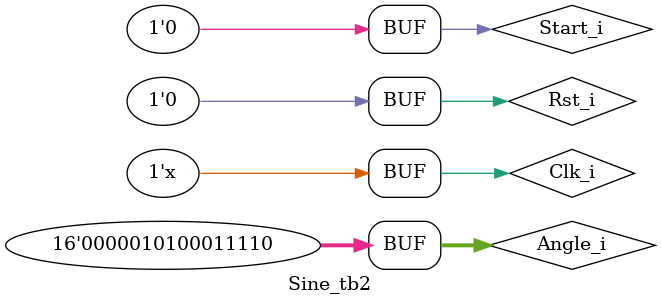
<source format=v>
`timescale 1ns / 1ps
module Sine_tb2();


    reg Clk_i;
    reg Rst_i;
    reg   [15:0] Angle_i;
    reg Start_i;
    wire [15:0] Sine_o;
    wire Done_o;

     integer angle;


    integer i ; 

    // Sine Sine_inst (
    //     .Clk_i(Clk_i),
    //     .Rst_i(Rst_i),
    //     .Angle_i(Angle_i),
    //     // .Start_i(Start_i),
    //     .Val_i(!Start_i),
    //     .Sine_o(Sine_o),
    //     .Done_o(Done_o)
    // );

    always begin 
        #5 Clk_i = ~Clk_i;
    end



    CORDICNCO Cordic_instO(
        .clk_i(Clk_i),
        .rst_i(Rst_i),
        .val_i(!Start_i),
        .phase_inc_i(Angle_i),
        .cos_o(),
        .sin_o()


    );



    

    initial begin 
         Clk_i = 1'b1;
        Rst_i = 1'b1;
        Start_i = 1'b0;
        Angle_i = 16'h0;
        #10 Rst_i = 1'b0;
        Start_i  = 1'b1;
        Angle_i = 16'h51E  ; // 30 градусов
        #20;
            Start_i = 0;



    end

endmodule
    
</source>
